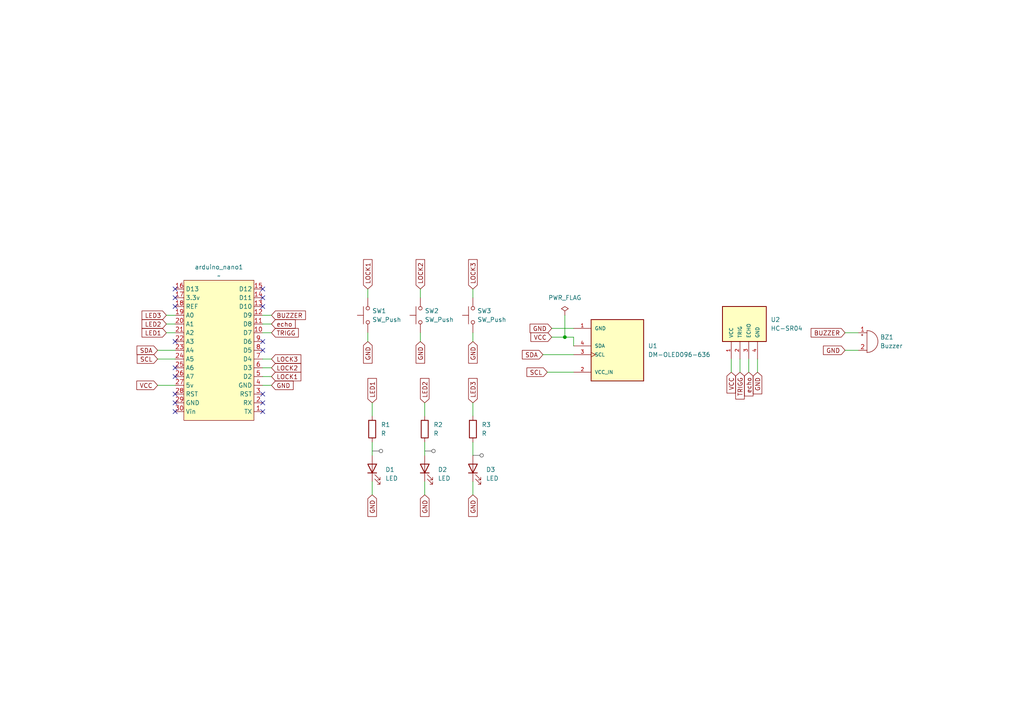
<source format=kicad_sch>
(kicad_sch (version 20231120) (generator "eeschema") (generator_version "8.0")
  (paper "A4")
  (lib_symbols
    (symbol "DM-OLED096-636:DM-OLED096-636" (pin_names (offset 1.016))
      (property "Reference" "U" (at -7.62 10.922 0))
      (property "Value" "DM-OLED096-636" (at -7.62 -10.16 0))
      (symbol "DM-OLED096-636_0_0"
        (rectangle (start -7.62 -7.62) (end 7.62 10.16) (stroke (width 0.254)) (fill (type background)))
        (pin power_in line (at 12.7 -5.08 180) (length 5.08) (name "GND") (number "1"))
        (pin power_in line (at 12.7 7.62 180) (length 5.08) (name "VCC_IN") (number "2"))
        (pin input clock (at 12.7 2.54 180) (length 5.08) (name "SCL") (number "3"))
        (pin bidirectional line (at 12.7 0 180) (length 5.08) (name "SDA") (number "4"))
      )
    )
    (symbol "Device:Buzzer" (pin_names (offset 0.0254) hide)
      (property "Reference" "BZ" (at 3.81 1.27 0))
      (property "Value" "Buzzer" (at 3.81 -1.27 0))
      (symbol "Buzzer_0_1"
        (arc (start 0 -3.175) (mid 3.1612 0) (end 0 3.175))
        (polyline (pts (xy -1.651 1.905) (xy -1.143 1.905)))
        (polyline (pts (xy -1.397 2.159) (xy -1.397 1.651)))
        (polyline (pts (xy 0 3.175) (xy 0 -3.175)))
      )
      (symbol "Buzzer_1_1"
        (pin passive line (at -2.54 2.54 0) (length 2.54) (name "+") (number "1"))
        (pin passive line (at -2.54 -2.54 0) (length 2.54) (name "-") (number "2"))
      )
    )
    (symbol "Device:LED" (pin_numbers hide) (pin_names (offset 1.016) hide)
      (property "Reference" "D" (at 0 2.54 0))
      (property "Value" "LED" (at 0 -2.54 0))
      (symbol "LED_0_1"
        (polyline (pts (xy -1.27 -1.27) (xy -1.27 1.27)) (stroke (width 0.254)))
        (polyline (pts (xy -1.27 0) (xy 1.27 0)))
        (polyline (pts (xy 1.27 -1.27) (xy 1.27 1.27) (xy -1.27 0) (xy 1.27 -1.27)) (stroke (width 0.254)))
        (polyline (pts (xy -3.048 -0.762) (xy -4.572 -2.286) (xy -3.81 -2.286) (xy -4.572 -2.286) (xy -4.572 -1.524)))
        (polyline (pts (xy -1.778 -0.762) (xy -3.302 -2.286) (xy -2.54 -2.286) (xy -3.302 -2.286) (xy -3.302 -1.524)))
      )
      (symbol "LED_1_1"
        (pin passive line (at -3.81 0 0) (length 2.54) (name "K") (number "1"))
        (pin passive line (at 3.81 0 180) (length 2.54) (name "A") (number "2"))
      )
    )
    (symbol "Device:R" (pin_numbers hide) (pin_names (offset 0))
      (property "Reference" "R" (at 2.032 0 90))
      (property "Value" "R" (at 0 0 90))
      (symbol "R_0_1"
        (rectangle (start -1.016 -2.54) (end 1.016 2.54) (stroke (width 0.254)))
      )
      (symbol "R_1_1"
        (pin passive line (at 0 3.81 270) (length 1.27) (name "~") (number "1"))
        (pin passive line (at 0 -3.81 90) (length 1.27) (name "~") (number "2"))
      )
    )
    (symbol "HC-SR04:HC-SR04" (pin_names (offset 1.016))
      (property "Reference" "U" (at 0 5.0813 0))
      (property "Value" "HC-SR04" (at 0 -10.163 0))
      (symbol "HC-SR04_0_0"
        (rectangle (start 0 -7.62) (end 10.16 5.08) (stroke (width 0.254)) (fill (type background)))
        (pin power_in line (at -5.08 2.54 0) (length 5.08) (name "VCC") (number "1"))
        (pin bidirectional line (at -5.08 0 0) (length 5.08) (name "TRIG") (number "2"))
        (pin bidirectional line (at -5.08 -2.54 0) (length 5.08) (name "ECHO") (number "3"))
        (pin power_in line (at -5.08 -5.08 0) (length 5.08) (name "GND") (number "4"))
      )
    )
    (symbol "MCU_Module:arduino_nano"
      (property "Reference" "U" (at -27.94 25.654 0))
      (symbol "arduino_nano_1_1"
        (rectangle (start -10.16 20.32) (end 10.16 -20.32) (fill (type background)))
        (pin bidirectional line (at 12.7 -17.78 180) (length 2.54) (name "TX") (number "1"))
        (pin bidirectional line (at 12.7 5.08 180) (length 2.54) (name "D7") (number "10"))
        (pin bidirectional line (at 12.7 7.62 180) (length 2.54) (name "D8") (number "11"))
        (pin bidirectional line (at 12.7 10.16 180) (length 2.54) (name "D9") (number "12"))
        (pin bidirectional line (at 12.7 12.7 180) (length 2.54) (name "D10") (number "13"))
        (pin bidirectional line (at 12.7 15.24 180) (length 2.54) (name "D11") (number "14"))
        (pin bidirectional line (at 12.7 17.78 180) (length 2.54) (name "D12") (number "15"))
        (pin bidirectional line (at -12.7 17.78 0) (length 2.54) (name "D13") (number "16"))
        (pin power_out line (at -12.7 15.24 0) (length 2.54) (name "3.3v") (number "17"))
        (pin input line (at -12.7 12.7 0) (length 2.54) (name "REF") (number "18"))
        (pin bidirectional line (at -12.7 10.16 0) (length 2.54) (name "A0") (number "19"))
        (pin bidirectional line (at 12.7 -15.24 180) (length 2.54) (name "RX") (number "2"))
        (pin bidirectional line (at -12.7 7.62 0) (length 2.54) (name "A1") (number "20"))
        (pin bidirectional line (at -12.7 5.08 0) (length 2.54) (name "A2") (number "21"))
        (pin bidirectional line (at -12.7 2.54 0) (length 2.54) (name "A3") (number "22"))
        (pin bidirectional line (at -12.7 0 0) (length 2.54) (name "A4") (number "23"))
        (pin bidirectional line (at -12.7 -2.54 0) (length 2.54) (name "A5") (number "24"))
        (pin bidirectional line (at -12.7 -5.08 0) (length 2.54) (name "A6") (number "25"))
        (pin bidirectional line (at -12.7 -7.62 0) (length 2.54) (name "A7") (number "26"))
        (pin bidirectional line (at -12.7 -10.16 0) (length 2.54) (name "5v") (number "27"))
        (pin input line (at -12.7 -12.7 0) (length 2.54) (name "RST") (number "28"))
        (pin bidirectional line (at -12.7 -15.24 0) (length 2.54) (name "GND") (number "29"))
        (pin input line (at 12.7 -12.7 180) (length 2.54) (name "RST") (number "3"))
        (pin power_in line (at -12.7 -17.78 0) (length 2.54) (name "Vin") (number "30"))
        (pin bidirectional line (at 12.7 -10.16 180) (length 2.54) (name "GND") (number "4"))
        (pin bidirectional line (at 12.7 -7.62 180) (length 2.54) (name "D2") (number "5"))
        (pin bidirectional line (at 12.7 -5.08 180) (length 2.54) (name "D3") (number "6"))
        (pin bidirectional line (at 12.7 -2.54 180) (length 2.54) (name "D4") (number "7"))
        (pin bidirectional line (at 12.7 0 180) (length 2.54) (name "D5") (number "8"))
        (pin bidirectional line (at 12.7 2.54 180) (length 2.54) (name "D6") (number "9"))
      )
    )
    (symbol "Switch:SW_Push" (pin_numbers hide) (pin_names (offset 1.016) hide)
      (property "Reference" "SW" (at 1.27 2.54 0))
      (property "Value" "SW_Push" (at 0 -1.524 0))
      (symbol "SW_Push_0_1"
        (circle (center -2.032 0) (radius 0.508))
        (polyline (pts (xy 0 1.27) (xy 0 3.048)))
        (polyline (pts (xy 2.54 1.27) (xy -2.54 1.27)))
        (circle (center 2.032 0) (radius 0.508))
        (pin passive line (at -5.08 0 0) (length 2.54) (name "1") (number "1"))
        (pin passive line (at 5.08 0 180) (length 2.54) (name "2") (number "2"))
      )
    )
    (symbol "power:PWR_FLAG" (power) (pin_numbers hide) (pin_names (offset 0) hide)
      (property "Value" "PWR_FLAG" (at 0 3.81 0))
      (symbol "PWR_FLAG_0_0"
        (pin power_out line (at 0 0 90) (length 0) (name "~") (number "1"))
      )
      (symbol "PWR_FLAG_0_1"
        (polyline (pts (xy 0 0) (xy 0 1.27) (xy -1.016 1.905) (xy 0 2.54) (xy 1.016 1.905) (xy 0 1.27)))
      )
    )
  )
  (junction (at 163.83 97.79))
  (no_connect (at 50.8 114.3))
  (no_connect (at 76.2 116.84))
  (no_connect (at 50.8 86.36))
  (no_connect (at 76.2 114.3))
  (no_connect (at 76.2 119.38))
  (no_connect (at 50.8 83.82))
  (no_connect (at 50.8 109.22))
  (no_connect (at 50.8 88.9))
  (no_connect (at 76.2 99.06))
  (no_connect (at 76.2 83.82))
  (no_connect (at 76.2 88.9))
  (no_connect (at 50.8 116.84))
  (no_connect (at 76.2 101.6))
  (no_connect (at 50.8 99.06))
  (no_connect (at 76.2 86.36))
  (no_connect (at 50.8 119.38))
  (no_connect (at 50.8 106.68))
  (wire (pts (xy 245.11 101.6) (xy 248.92 101.6)))
  (wire (pts (xy 76.2 106.68) (xy 78.74 106.68)))
  (wire (pts (xy 217.17 104.14) (xy 217.17 107.95)))
  (wire (pts (xy 163.83 91.44) (xy 163.83 97.79)))
  (wire (pts (xy 212.09 104.14) (xy 212.09 107.95)))
  (wire (pts (xy 76.2 96.52) (xy 78.74 96.52)))
  (wire (pts (xy 219.71 104.14) (xy 219.71 107.95)))
  (wire (pts (xy 137.16 96.52) (xy 137.16 99.06)))
  (wire (pts (xy 76.2 109.22) (xy 78.74 109.22)))
  (wire (pts (xy 123.19 116.84) (xy 123.19 120.65)))
  (wire (pts (xy 106.68 96.52) (xy 106.68 99.06)))
  (wire (pts (xy 48.26 93.98) (xy 50.8 93.98)))
  (wire (pts (xy 76.2 93.98) (xy 78.74 93.98)))
  (wire (pts (xy 48.26 96.52) (xy 50.8 96.52)))
  (wire (pts (xy 166.37 97.79) (xy 166.37 100.33)))
  (wire (pts (xy 76.2 91.44) (xy 78.74 91.44)))
  (wire (pts (xy 76.2 104.14) (xy 78.74 104.14)))
  (wire (pts (xy 137.16 83.82) (xy 137.16 86.36)))
  (wire (pts (xy 107.95 116.84) (xy 107.95 120.65)))
  (wire (pts (xy 245.11 96.52) (xy 248.92 96.52)))
  (wire (pts (xy 45.72 104.14) (xy 50.8 104.14)))
  (wire (pts (xy 137.16 139.7) (xy 137.16 143.51)))
  (wire (pts (xy 163.83 97.79) (xy 166.37 97.79)))
  (wire (pts (xy 48.26 91.44) (xy 50.8 91.44)))
  (wire (pts (xy 137.16 128.27) (xy 137.16 132.08)))
  (wire (pts (xy 106.68 83.82) (xy 106.68 86.36)))
  (wire (pts (xy 158.75 107.95) (xy 166.37 107.95)))
  (wire (pts (xy 123.19 139.7) (xy 123.19 143.51)))
  (wire (pts (xy 45.72 101.6) (xy 50.8 101.6)))
  (wire (pts (xy 157.48 102.87) (xy 166.37 102.87)))
  (wire (pts (xy 107.95 128.27) (xy 107.95 132.08)))
  (wire (pts (xy 121.92 83.82) (xy 121.92 86.36)))
  (wire (pts (xy 214.63 104.14) (xy 214.63 107.95)))
  (wire (pts (xy 107.95 139.7) (xy 107.95 143.51)))
  (wire (pts (xy 123.19 128.27) (xy 123.19 132.08)))
  (wire (pts (xy 45.72 111.76) (xy 50.8 111.76)))
  (wire (pts (xy 160.02 97.79) (xy 163.83 97.79)))
  (wire (pts (xy 121.92 96.52) (xy 121.92 99.06)))
  (wire (pts (xy 160.02 95.25) (xy 166.37 95.25)))
  (wire (pts (xy 76.2 111.76) (xy 78.74 111.76)))
  (wire (pts (xy 137.16 116.84) (xy 137.16 120.65)))
  (global_label "SCL" (shape input) (at 158.75 107.95 180) (property "Intersheetrefs" "${INTERSHEET_REFS}" (effects (hide yes))))
  (global_label "LED2" (shape input) (at 48.26 93.98 180) (property "Intersheetrefs" "${INTERSHEET_REFS}" (effects (hide yes))))
  (global_label "SDA" (shape input) (at 157.48 102.87 180) (property "Intersheetrefs" "${INTERSHEET_REFS}" (effects (hide yes))))
  (global_label "LED1" (shape input) (at 48.26 96.52 180) (property "Intersheetrefs" "${INTERSHEET_REFS}" (effects (hide yes))))
  (global_label "LOCK3" (shape input) (at 78.74 104.14 0) (property "Intersheetrefs" "${INTERSHEET_REFS}" (effects (hide yes))))
  (global_label "GND" (shape input) (at 123.19 143.51 270) (property "Intersheetrefs" "${INTERSHEET_REFS}" (effects (hide yes))))
  (global_label "LOCK1" (shape input) (at 78.74 109.22 0) (property "Intersheetrefs" "${INTERSHEET_REFS}" (effects (hide yes))))
  (global_label "echo" (shape input) (at 78.74 93.98 0) (property "Intersheetrefs" "${INTERSHEET_REFS}" (effects (hide yes))))
  (global_label "TRIGG" (shape input) (at 78.74 96.52 0) (property "Intersheetrefs" "${INTERSHEET_REFS}" (effects (hide yes))))
  (global_label "LOCK2" (shape input) (at 121.92 83.82 90) (property "Intersheetrefs" "${INTERSHEET_REFS}" (effects (hide yes))))
  (global_label "LOCK2" (shape input) (at 78.74 106.68 0) (property "Intersheetrefs" "${INTERSHEET_REFS}" (effects (hide yes))))
  (global_label "LOCK3" (shape input) (at 137.16 83.82 90) (property "Intersheetrefs" "${INTERSHEET_REFS}" (effects (hide yes))))
  (global_label "GND" (shape input) (at 78.74 111.76 0) (property "Intersheetrefs" "${INTERSHEET_REFS}" (effects (hide yes))))
  (global_label "GND" (shape input) (at 106.68 99.06 270) (property "Intersheetrefs" "${INTERSHEET_REFS}" (effects (hide yes))))
  (global_label "VCC" (shape input) (at 160.02 97.79 180) (property "Intersheetrefs" "${INTERSHEET_REFS}" (effects (hide yes))))
  (global_label "BUZZER" (shape input) (at 245.11 96.52 180) (property "Intersheetrefs" "${INTERSHEET_REFS}" (effects (hide yes))))
  (global_label "TRIGG" (shape input) (at 214.63 107.95 270) (property "Intersheetrefs" "${INTERSHEET_REFS}" (effects (hide yes))))
  (global_label "SDA" (shape input) (at 45.72 101.6 180) (property "Intersheetrefs" "${INTERSHEET_REFS}" (effects (hide yes))))
  (global_label "GND" (shape input) (at 160.02 95.25 180) (property "Intersheetrefs" "${INTERSHEET_REFS}" (effects (hide yes))))
  (global_label "echo" (shape input) (at 217.17 107.95 270) (property "Intersheetrefs" "${INTERSHEET_REFS}" (effects (hide yes))))
  (global_label "GND" (shape input) (at 121.92 99.06 270) (property "Intersheetrefs" "${INTERSHEET_REFS}" (effects (hide yes))))
  (global_label "GND" (shape input) (at 219.71 107.95 270) (property "Intersheetrefs" "${INTERSHEET_REFS}" (effects (hide yes))))
  (global_label "LED2" (shape input) (at 123.19 116.84 90) (property "Intersheetrefs" "${INTERSHEET_REFS}" (effects (hide yes))))
  (global_label "GND" (shape input) (at 137.16 143.51 270) (property "Intersheetrefs" "${INTERSHEET_REFS}" (effects (hide yes))))
  (global_label "LED3" (shape input) (at 137.16 116.84 90) (property "Intersheetrefs" "${INTERSHEET_REFS}" (effects (hide yes))))
  (global_label "VCC" (shape input) (at 212.09 107.95 270) (property "Intersheetrefs" "${INTERSHEET_REFS}" (effects (hide yes))))
  (global_label "GND" (shape input) (at 245.11 101.6 180) (property "Intersheetrefs" "${INTERSHEET_REFS}" (effects (hide yes))))
  (global_label "GND" (shape input) (at 107.95 143.51 270) (property "Intersheetrefs" "${INTERSHEET_REFS}" (effects (hide yes))))
  (global_label "LOCK1" (shape input) (at 106.68 83.82 90) (property "Intersheetrefs" "${INTERSHEET_REFS}" (effects (hide yes))))
  (global_label "VCC" (shape input) (at 45.72 111.76 180) (property "Intersheetrefs" "${INTERSHEET_REFS}" (effects (hide yes))))
  (global_label "LED3" (shape input) (at 48.26 91.44 180) (property "Intersheetrefs" "${INTERSHEET_REFS}" (effects (hide yes))))
  (global_label "LED1" (shape input) (at 107.95 116.84 90) (property "Intersheetrefs" "${INTERSHEET_REFS}" (effects (hide yes))))
  (global_label "SCL" (shape input) (at 45.72 104.14 180) (property "Intersheetrefs" "${INTERSHEET_REFS}" (effects (hide yes))))
  (global_label "BUZZER" (shape input) (at 78.74 91.44 0) (property "Intersheetrefs" "${INTERSHEET_REFS}" (effects (hide yes))))
  (global_label "GND" (shape input) (at 137.16 99.06 270) (property "Intersheetrefs" "${INTERSHEET_REFS}" (effects (hide yes))))
  (netclass_flag "" (length 2.54) (shape round) (at 123.19 130.81 270) (property "Netclass" "Default" (effects (hide yes))))
  (netclass_flag "" (length 2.54) (shape round) (at 137.16 132.08 270) (property "Netclass" "Default" (effects (hide yes))))
  (netclass_flag "" (length 2.54) (shape round) (at 107.95 130.81 270) (property "Netclass" "Default" (effects (hide yes))))
  (symbol (lib_id "power:PWR_FLAG") (at 163.83 91.44 0) (unit 1)
    (property "Reference" "#FLG01" (effects (hide yes)))
    (property "Value" "PWR_FLAG" (at 163.83 86.36 0))
    (property "Description" "Special symbol for telling ERC where power comes from" (effects (hide yes)))
  )
  (symbol (lib_id "Device:R") (at 123.19 124.46 0) (unit 1)
    (property "Reference" "R2" (at 125.73 123.1899 0) (effects (justify left)))
    (property "Value" "R" (at 125.73 125.7299 0) (effects (justify left)))
    (property "Footprint" "Resistor_THT:R_Axial_DIN0207_L6.3mm_D2.5mm_P7.62mm_Horizontal" (effects (hide yes)))
    (property "Description" "Resistor" (effects (hide yes)))
  )
  (symbol (lib_id "Switch:SW_Push") (at 137.16 91.44 90) (unit 1)
    (property "Reference" "SW3" (at 138.43 90.1699 90) (effects (justify right)))
    (property "Value" "SW_Push" (at 138.43 92.7099 90) (effects (justify right)))
    (property "Footprint" "Button_Switch_THT:SW_PUSH_6mm_H8mm" (effects (hide yes)))
    (property "Description" "Push button switch, generic, two pins" (effects (hide yes)))
  )
  (symbol (lib_id "Device:LED") (at 137.16 135.89 90) (unit 1)
    (property "Reference" "D3" (at 140.97 136.2074 90) (effects (justify right)))
    (property "Value" "LED" (at 140.97 138.7474 90) (effects (justify right)))
    (property "Footprint" "LED_THT:LED_D1.8mm_W1.8mm_H2.4mm_Horizontal_O1.27mm_Z1.6mm" (effects (hide yes)))
    (property "Description" "Light emitting diode" (effects (hide yes)))
  )
  (symbol (lib_id "HC-SR04:HC-SR04") (at 214.63 99.06 90) (unit 1)
    (property "Reference" "U2" (at 223.52 92.7099 90) (effects (justify right)))
    (property "Value" "HC-SR04" (at 223.52 95.2499 90) (effects (justify right)))
    (property "Footprint" "Sensor:HC-SR04" (effects (hide yes)))
    (property "MF" "SparkFun Electronics" (effects (hide yes)))
    (property "Description_1" "\n                        \n                            HC-SR04 Ultrasonic Sensor Qwiic Platform Evaluation Expansion Board\n                        \n" (effects (hide yes)))
    (property "Package" "None" (effects (hide yes)))
    (property "Price" "None" (effects (hide yes)))
    (property "Check_prices" "https://www.snapeda.com/parts/HC-SR04/SparkFun/view-part/?ref=eda" (effects (hide yes)))
    (property "SnapEDA_Link" "https://www.snapeda.com/parts/HC-SR04/SparkFun/view-part/?ref=snap" (effects (hide yes)))
    (property "MP" "HC-SR04" (effects (hide yes)))
    (property "Availability" "Not in stock" (effects (hide yes)))
    (property "MANUFACTURER" "Osepp" (effects (hide yes)))
  )
  (symbol (lib_id "Switch:SW_Push") (at 106.68 91.44 90) (unit 1)
    (property "Reference" "SW1" (at 107.95 90.1699 90) (effects (justify right)))
    (property "Value" "SW_Push" (at 107.95 92.7099 90) (effects (justify right)))
    (property "Footprint" "Button_Switch_THT:SW_PUSH_6mm_H8mm" (effects (hide yes)))
    (property "Description" "Push button switch, generic, two pins" (effects (hide yes)))
  )
  (symbol (lib_id "Device:R") (at 137.16 124.46 0) (unit 1)
    (property "Reference" "R3" (at 139.7 123.1899 0) (effects (justify left)))
    (property "Value" "R" (at 139.7 125.7299 0) (effects (justify left)))
    (property "Footprint" "Resistor_THT:R_Axial_DIN0207_L6.3mm_D2.5mm_P7.62mm_Horizontal" (effects (hide yes)))
    (property "Description" "Resistor" (effects (hide yes)))
  )
  (symbol (lib_id "Device:Buzzer") (at 251.46 99.06 0) (unit 1)
    (property "Reference" "BZ1" (at 255.27 97.7899 0) (effects (justify left)))
    (property "Value" "Buzzer" (at 255.27 100.3299 0) (effects (justify left)))
    (property "Footprint" "Buzzer_Beeper:Buzzer_12x9.5RM7.6" (effects (hide yes)))
    (property "Description" "Buzzer, polarized" (effects (hide yes)))
  )
  (symbol (lib_id "MCU_Module:arduino_nano") (at 63.5 101.6 0) (unit 1)
    (property "Reference" "arduino_nano1" (at 63.5 77.47 0))
    (property "Value" "~" (at 63.5 80.01 0))
    (property "Footprint" "arduino nano footprint:arduino nano footprint" (effects (hide yes)))
  )
  (symbol (lib_id "Device:LED") (at 123.19 135.89 90) (unit 1)
    (property "Reference" "D2" (at 127 136.2074 90) (effects (justify right)))
    (property "Value" "LED" (at 127 138.7474 90) (effects (justify right)))
    (property "Footprint" "LED_THT:LED_D1.8mm_W1.8mm_H2.4mm_Horizontal_O1.27mm_Z1.6mm" (effects (hide yes)))
    (property "Description" "Light emitting diode" (effects (hide yes)))
  )
  (symbol (lib_id "Switch:SW_Push") (at 121.92 91.44 90) (unit 1)
    (property "Reference" "SW2" (at 123.19 90.1699 90) (effects (justify right)))
    (property "Value" "SW_Push" (at 123.19 92.7099 90) (effects (justify right)))
    (property "Footprint" "Button_Switch_THT:SW_PUSH_6mm_H8mm" (effects (hide yes)))
    (property "Description" "Push button switch, generic, two pins" (effects (hide yes)))
  )
  (symbol (lib_id "Device:R") (at 107.95 124.46 0) (unit 1)
    (property "Reference" "R1" (at 110.49 123.1899 0) (effects (justify left)))
    (property "Value" "R" (at 110.49 125.7299 0) (effects (justify left)))
    (property "Footprint" "Resistor_THT:R_Axial_DIN0207_L6.3mm_D2.5mm_P7.62mm_Horizontal" (effects (hide yes)))
    (property "Description" "Resistor" (effects (hide yes)))
  )
  (symbol (lib_id "DM-OLED096-636:DM-OLED096-636") (at 179.07 100.33 180) (unit 1)
    (property "Reference" "U1" (at 187.96 100.3299 0) (effects (justify right)))
    (property "Value" "DM-OLED096-636" (at 187.96 102.8699 0) (effects (justify right)))
    (property "Footprint" "Display:I2C_LCD(OLED)" (effects (hide yes)))
    (property "MF" "Display Module" (effects (hide yes)))
    (property "MAXIMUM_PACKAGE_HEIGHT" "11.3 mm" (effects (hide yes)))
    (property "Package" "Package" (effects (hide yes)))
    (property "Price" "None" (effects (hide yes)))
    (property "Check_prices" "https://www.snapeda.com/parts/DM-OLED096-636/Display+Module/view-part/?ref=eda" (effects (hide yes)))
    (property "STANDARD" "Manufacturer Recommendations" (effects (hide yes)))
    (property "PARTREV" "2018-09-10" (effects (hide yes)))
    (property "SnapEDA_Link" "https://www.snapeda.com/parts/DM-OLED096-636/Display+Module/view-part/?ref=snap" (effects (hide yes)))
    (property "MP" "DM-OLED096-636" (effects (hide yes)))
    (property "Description_1" "\n                        \n                            0.96” 128 X 64 MONOCHROME GRAPHIC OLED DISPLAY MODULE - I2C\n                        \n" (effects (hide yes)))
    (property "Availability" "Not in stock" (effects (hide yes)))
    (property "MANUFACTURER" "Displaymodule" (effects (hide yes)))
  )
  (symbol (lib_id "Device:LED") (at 107.95 135.89 90) (unit 1)
    (property "Reference" "D1" (at 111.76 136.2074 90) (effects (justify right)))
    (property "Value" "LED" (at 111.76 138.7474 90) (effects (justify right)))
    (property "Footprint" "LED_THT:LED_D1.8mm_W1.8mm_H2.4mm_Horizontal_O1.27mm_Z1.6mm" (effects (hide yes)))
    (property "Description" "Light emitting diode" (effects (hide yes)))
  )
)
</source>
